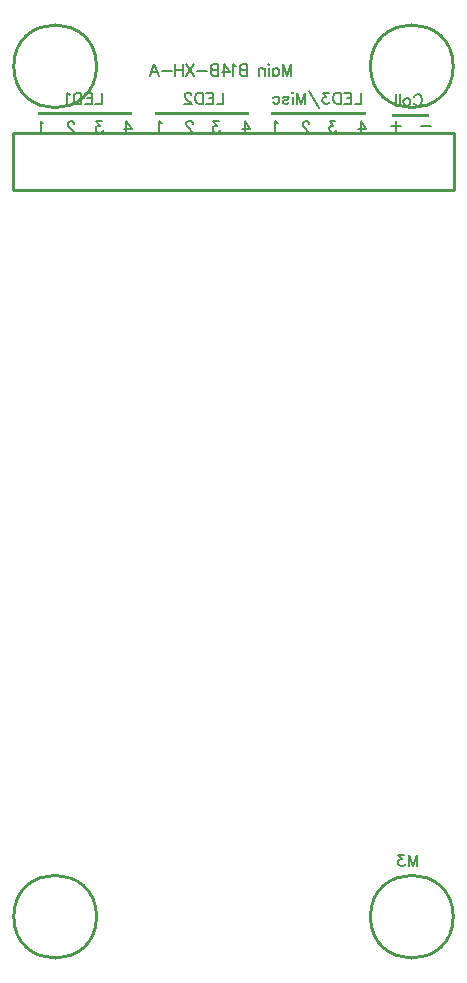
<source format=gbo>
G04 Layer: BottomSilkscreenLayer*
G04 EasyEDA v6.5.42, 2024-04-22 14:16:48*
G04 7752da08fb664a89a939598d6395460c,c115876feeed43bc8c79c948ea027e3a,10*
G04 Gerber Generator version 0.2*
G04 Scale: 100 percent, Rotated: No, Reflected: No *
G04 Dimensions in millimeters *
G04 leading zeros omitted , absolute positions ,4 integer and 5 decimal *
%FSLAX45Y45*%
%MOMM*%

%ADD10C,0.2032*%
%ADD11C,0.2540*%

%LPD*%
D10*
X2451100Y-432490D02*
G01*
X2451100Y-527946D01*
X2451100Y-432490D02*
G01*
X2414737Y-527946D01*
X2378372Y-432490D02*
G01*
X2414737Y-527946D01*
X2378372Y-432490D02*
G01*
X2378372Y-527946D01*
X2293828Y-464309D02*
G01*
X2293828Y-527946D01*
X2293828Y-477946D02*
G01*
X2302918Y-468853D01*
X2312009Y-464309D01*
X2325646Y-464309D01*
X2334737Y-468853D01*
X2343828Y-477946D01*
X2348372Y-491581D01*
X2348372Y-500672D01*
X2343828Y-514309D01*
X2334737Y-523400D01*
X2325646Y-527946D01*
X2312009Y-527946D01*
X2302918Y-523400D01*
X2293828Y-514309D01*
X2263828Y-432490D02*
G01*
X2259281Y-437037D01*
X2254737Y-432490D01*
X2259281Y-427946D01*
X2263828Y-432490D01*
X2259281Y-464309D02*
G01*
X2259281Y-527946D01*
X2224737Y-464309D02*
G01*
X2224737Y-527946D01*
X2224737Y-482490D02*
G01*
X2211100Y-468853D01*
X2202009Y-464309D01*
X2188372Y-464309D01*
X2179281Y-468853D01*
X2174737Y-482490D01*
X2174737Y-527946D01*
X2074738Y-432490D02*
G01*
X2074738Y-527946D01*
X2074738Y-432490D02*
G01*
X2033828Y-432490D01*
X2020191Y-437037D01*
X2015647Y-441581D01*
X2011100Y-450672D01*
X2011100Y-459762D01*
X2015647Y-468853D01*
X2020191Y-473400D01*
X2033828Y-477946D01*
X2074738Y-477946D02*
G01*
X2033828Y-477946D01*
X2020191Y-482490D01*
X2015647Y-487037D01*
X2011100Y-496128D01*
X2011100Y-509762D01*
X2015647Y-518853D01*
X2020191Y-523400D01*
X2033828Y-527946D01*
X2074738Y-527946D01*
X1981100Y-450672D02*
G01*
X1972010Y-446128D01*
X1958373Y-432490D01*
X1958373Y-527946D01*
X1882919Y-432490D02*
G01*
X1928373Y-496128D01*
X1860191Y-496128D01*
X1882919Y-432490D02*
G01*
X1882919Y-527946D01*
X1830191Y-432490D02*
G01*
X1830191Y-527946D01*
X1830191Y-432490D02*
G01*
X1789282Y-432490D01*
X1775647Y-437037D01*
X1771101Y-441581D01*
X1766554Y-450672D01*
X1766554Y-459762D01*
X1771101Y-468853D01*
X1775647Y-473400D01*
X1789282Y-477946D01*
X1830191Y-477946D02*
G01*
X1789282Y-477946D01*
X1775647Y-482490D01*
X1771101Y-487037D01*
X1766554Y-496128D01*
X1766554Y-509762D01*
X1771101Y-518853D01*
X1775647Y-523400D01*
X1789282Y-527946D01*
X1830191Y-527946D01*
X1736554Y-487037D02*
G01*
X1654738Y-487037D01*
X1624738Y-432490D02*
G01*
X1561101Y-527946D01*
X1561101Y-432490D02*
G01*
X1624738Y-527946D01*
X1531101Y-432490D02*
G01*
X1531101Y-527946D01*
X1467464Y-432490D02*
G01*
X1467464Y-527946D01*
X1531101Y-477946D02*
G01*
X1467464Y-477946D01*
X1437464Y-487037D02*
G01*
X1355648Y-487037D01*
X1289283Y-432490D02*
G01*
X1325648Y-527946D01*
X1289283Y-432490D02*
G01*
X1252921Y-527946D01*
X1312011Y-496128D02*
G01*
X1266555Y-496128D01*
X3517900Y-7125390D02*
G01*
X3517900Y-7220846D01*
X3517900Y-7125390D02*
G01*
X3481537Y-7220846D01*
X3445172Y-7125390D02*
G01*
X3481537Y-7220846D01*
X3445172Y-7125390D02*
G01*
X3445172Y-7220846D01*
X3406081Y-7125390D02*
G01*
X3356081Y-7125390D01*
X3383353Y-7161753D01*
X3369718Y-7161753D01*
X3360628Y-7166300D01*
X3356081Y-7170846D01*
X3351537Y-7184481D01*
X3351537Y-7193572D01*
X3356081Y-7207209D01*
X3365172Y-7216300D01*
X3378809Y-7220846D01*
X3392446Y-7220846D01*
X3406081Y-7216300D01*
X3410628Y-7211753D01*
X3415172Y-7202662D01*
X1873351Y-674118D02*
G01*
X1873351Y-769368D01*
X1873351Y-769368D02*
G01*
X1818741Y-769368D01*
X1788769Y-674118D02*
G01*
X1788769Y-769368D01*
X1788769Y-674118D02*
G01*
X1729587Y-674118D01*
X1788769Y-719330D02*
G01*
X1752447Y-719330D01*
X1788769Y-769368D02*
G01*
X1729587Y-769368D01*
X1699615Y-674118D02*
G01*
X1699615Y-769368D01*
X1699615Y-674118D02*
G01*
X1667865Y-674118D01*
X1654149Y-678436D01*
X1645005Y-687580D01*
X1640687Y-696724D01*
X1636115Y-710440D01*
X1636115Y-733046D01*
X1640687Y-746762D01*
X1645005Y-755906D01*
X1654149Y-764796D01*
X1667865Y-769368D01*
X1699615Y-769368D01*
X1601571Y-696724D02*
G01*
X1601571Y-692152D01*
X1596999Y-683008D01*
X1592427Y-678436D01*
X1583283Y-674118D01*
X1564995Y-674118D01*
X1556105Y-678436D01*
X1551533Y-683008D01*
X1546961Y-692152D01*
X1546961Y-701296D01*
X1551533Y-710440D01*
X1560677Y-723902D01*
X1606143Y-769368D01*
X1542389Y-769368D01*
X1352600Y-933399D02*
G01*
X1343456Y-928827D01*
X1329994Y-915365D01*
X1329994Y-1010869D01*
X1614728Y-937971D02*
G01*
X1614728Y-933399D01*
X1610156Y-924509D01*
X1605584Y-919937D01*
X1596694Y-915365D01*
X1578406Y-915365D01*
X1569262Y-919937D01*
X1564690Y-924509D01*
X1560118Y-933399D01*
X1560118Y-942543D01*
X1564690Y-951687D01*
X1573834Y-965403D01*
X1619300Y-1010869D01*
X1555546Y-1010869D01*
X1838756Y-915365D02*
G01*
X1788718Y-915365D01*
X1816150Y-951687D01*
X1802434Y-951687D01*
X1793290Y-956259D01*
X1788718Y-960831D01*
X1784146Y-974293D01*
X1784146Y-983437D01*
X1788718Y-997153D01*
X1797862Y-1006297D01*
X1811578Y-1010869D01*
X1825294Y-1010869D01*
X1838756Y-1006297D01*
X1843328Y-1001725D01*
X1847900Y-992581D01*
X2056434Y-915365D02*
G01*
X2101900Y-978865D01*
X2033828Y-978865D01*
X2056434Y-915365D02*
G01*
X2056434Y-1010869D01*
X844600Y-674065D02*
G01*
X844600Y-769569D01*
X844600Y-769569D02*
G01*
X789990Y-769569D01*
X760018Y-674065D02*
G01*
X760018Y-769569D01*
X760018Y-674065D02*
G01*
X701090Y-674065D01*
X760018Y-719531D02*
G01*
X723696Y-719531D01*
X760018Y-769569D02*
G01*
X701090Y-769569D01*
X670864Y-674065D02*
G01*
X670864Y-769569D01*
X670864Y-674065D02*
G01*
X639114Y-674065D01*
X625398Y-678637D01*
X616508Y-687527D01*
X611936Y-696671D01*
X607364Y-710387D01*
X607364Y-732993D01*
X611936Y-746709D01*
X616508Y-755853D01*
X625398Y-764997D01*
X639114Y-769569D01*
X670864Y-769569D01*
X577392Y-692099D02*
G01*
X568248Y-687527D01*
X554532Y-674065D01*
X554532Y-769569D01*
X349300Y-933399D02*
G01*
X340156Y-928827D01*
X326694Y-915365D01*
X326694Y-1010869D01*
X611428Y-937971D02*
G01*
X611428Y-933399D01*
X606856Y-924509D01*
X602284Y-919937D01*
X593394Y-915365D01*
X575106Y-915365D01*
X565962Y-919937D01*
X561390Y-924509D01*
X556818Y-933399D01*
X556818Y-942543D01*
X561390Y-951687D01*
X570534Y-965403D01*
X616000Y-1010869D01*
X552246Y-1010869D01*
X848156Y-915365D02*
G01*
X798118Y-915365D01*
X825550Y-951687D01*
X811834Y-951687D01*
X802690Y-956259D01*
X798118Y-960831D01*
X793546Y-974293D01*
X793546Y-983437D01*
X798118Y-997153D01*
X807262Y-1006297D01*
X820978Y-1010869D01*
X834694Y-1010869D01*
X848156Y-1006297D01*
X852728Y-1001725D01*
X857300Y-992581D01*
X1053134Y-915365D02*
G01*
X1098600Y-978865D01*
X1030528Y-978865D01*
X1053134Y-915365D02*
G01*
X1053134Y-1010869D01*
X3632200Y-956818D02*
G01*
X3550411Y-956818D01*
X3337306Y-915923D02*
G01*
X3337306Y-997965D01*
X3378200Y-956818D02*
G01*
X3296411Y-956818D01*
X3041700Y-673994D02*
G01*
X3041700Y-769449D01*
X3041700Y-769449D02*
G01*
X2987154Y-769449D01*
X2957154Y-673994D02*
G01*
X2957154Y-769449D01*
X2957154Y-673994D02*
G01*
X2898063Y-673994D01*
X2957154Y-719449D02*
G01*
X2920791Y-719449D01*
X2957154Y-769449D02*
G01*
X2898063Y-769449D01*
X2868063Y-673994D02*
G01*
X2868063Y-769449D01*
X2868063Y-673994D02*
G01*
X2836247Y-673994D01*
X2822610Y-678540D01*
X2813519Y-687631D01*
X2808973Y-696721D01*
X2804429Y-710356D01*
X2804429Y-733084D01*
X2808973Y-746721D01*
X2813519Y-755812D01*
X2822610Y-764903D01*
X2836247Y-769449D01*
X2868063Y-769449D01*
X2765338Y-673994D02*
G01*
X2715338Y-673994D01*
X2742610Y-710356D01*
X2728973Y-710356D01*
X2719882Y-714903D01*
X2715338Y-719449D01*
X2710792Y-733084D01*
X2710792Y-742175D01*
X2715338Y-755812D01*
X2724429Y-764903D01*
X2738064Y-769449D01*
X2751701Y-769449D01*
X2765338Y-764903D01*
X2769882Y-760356D01*
X2774429Y-751265D01*
X2598973Y-655812D02*
G01*
X2680792Y-801265D01*
X2568973Y-673994D02*
G01*
X2568973Y-769449D01*
X2568973Y-673994D02*
G01*
X2532611Y-769449D01*
X2496248Y-673994D02*
G01*
X2532611Y-769449D01*
X2496248Y-673994D02*
G01*
X2496248Y-769449D01*
X2466248Y-673994D02*
G01*
X2461701Y-678540D01*
X2457155Y-673994D01*
X2461701Y-669450D01*
X2466248Y-673994D01*
X2461701Y-705812D02*
G01*
X2461701Y-769449D01*
X2377155Y-719449D02*
G01*
X2381702Y-710356D01*
X2395339Y-705812D01*
X2408974Y-705812D01*
X2422611Y-710356D01*
X2427155Y-719449D01*
X2422611Y-728540D01*
X2413520Y-733084D01*
X2390792Y-737631D01*
X2381702Y-742175D01*
X2377155Y-751265D01*
X2377155Y-755812D01*
X2381702Y-764903D01*
X2395339Y-769449D01*
X2408974Y-769449D01*
X2422611Y-764903D01*
X2427155Y-755812D01*
X2292611Y-719449D02*
G01*
X2301702Y-710356D01*
X2310792Y-705812D01*
X2324430Y-705812D01*
X2333520Y-710356D01*
X2342611Y-719449D01*
X2347155Y-733084D01*
X2347155Y-742175D01*
X2342611Y-755812D01*
X2333520Y-764903D01*
X2324430Y-769449D01*
X2310792Y-769449D01*
X2301702Y-764903D01*
X2292611Y-755812D01*
X2336800Y-933195D02*
G01*
X2327656Y-928623D01*
X2314193Y-915162D01*
X2314193Y-1010665D01*
X2598927Y-937768D02*
G01*
X2598927Y-933195D01*
X2594356Y-924305D01*
X2589784Y-919734D01*
X2580893Y-915162D01*
X2562606Y-915162D01*
X2553461Y-919734D01*
X2548890Y-924305D01*
X2544318Y-933195D01*
X2544318Y-942339D01*
X2548890Y-951484D01*
X2558034Y-965200D01*
X2603500Y-1010665D01*
X2539745Y-1010665D01*
X2822956Y-915162D02*
G01*
X2772918Y-915162D01*
X2800350Y-951484D01*
X2786634Y-951484D01*
X2777490Y-956055D01*
X2772918Y-960628D01*
X2768345Y-974089D01*
X2768345Y-983234D01*
X2772918Y-996950D01*
X2782061Y-1006094D01*
X2795777Y-1010665D01*
X2809493Y-1010665D01*
X2822956Y-1006094D01*
X2827527Y-1001521D01*
X2832100Y-992378D01*
X3040634Y-915162D02*
G01*
X3086100Y-978662D01*
X3018027Y-978662D01*
X3040634Y-915162D02*
G01*
X3040634Y-1010665D01*
X3487927Y-709168D02*
G01*
X3492245Y-700023D01*
X3501390Y-691134D01*
X3510534Y-686562D01*
X3528822Y-686562D01*
X3537711Y-691134D01*
X3546856Y-700023D01*
X3551427Y-709168D01*
X3556000Y-722884D01*
X3556000Y-745489D01*
X3551427Y-759205D01*
X3546856Y-768350D01*
X3537711Y-777494D01*
X3528822Y-782065D01*
X3510534Y-782065D01*
X3501390Y-777494D01*
X3492245Y-768350D01*
X3487927Y-759205D01*
X3435095Y-718312D02*
G01*
X3444240Y-722884D01*
X3453384Y-732028D01*
X3457702Y-745489D01*
X3457702Y-754634D01*
X3453384Y-768350D01*
X3444240Y-777494D01*
X3435095Y-782065D01*
X3421379Y-782065D01*
X3412490Y-777494D01*
X3403345Y-768350D01*
X3398774Y-754634D01*
X3398774Y-745489D01*
X3403345Y-732028D01*
X3412490Y-722884D01*
X3421379Y-718312D01*
X3435095Y-718312D01*
X3368802Y-686562D02*
G01*
X3368802Y-782065D01*
X3338829Y-686562D02*
G01*
X3338829Y-782065D01*
D11*
G75*
G01
X800506Y-450012D02*
G03X800506Y-450012I-350495J0D01*
G75*
G01
X3820490Y-450012D02*
G03X3820490Y-450012I-350495J0D01*
G75*
G01
X3820490Y-7649997D02*
G03X3820490Y-7649997I-350495J0D01*
G75*
G01
X800506Y-7649997D02*
G03X800506Y-7649997I-350495J0D01*
G36*
X1295501Y-838606D02*
G01*
X2095500Y-838606D01*
X2095500Y-863600D01*
X1295501Y-863600D01*
G37*
G36*
X304901Y-838606D02*
G01*
X1104900Y-838606D01*
X1104900Y-863600D01*
X304901Y-863600D01*
G37*
X89992Y-1016000D02*
G01*
X3829989Y-1016000D01*
X3829989Y-1498600D01*
X89992Y-1498600D01*
X89992Y-1016000D01*
G36*
X2279700Y-838403D02*
G01*
X3079699Y-838403D01*
X3079699Y-863396D01*
X2279700Y-863396D01*
G37*
G36*
X3302000Y-850900D02*
G01*
X3619500Y-850900D01*
X3619500Y-875893D01*
X3302000Y-875893D01*
G37*
M02*

</source>
